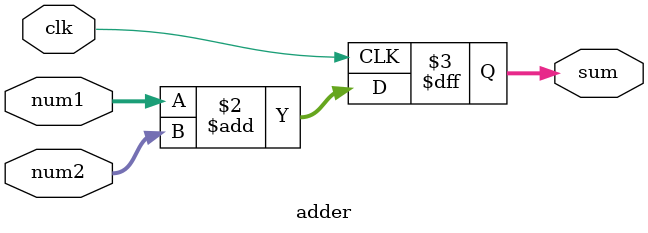
<source format=v>
module adder(
    input [7:0] num1,
    input [7:0] num2,
    input clk,
    output reg [7:0] sum
);

    always @(posedge clk) begin
        sum <= num1 + num2;
    end

endmodule

</source>
